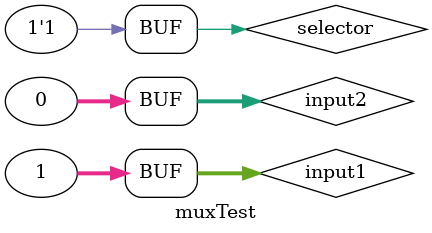
<source format=v>
`timescale 1ns / 1ps

module muxTest;

	// Inputs
	reg [31:0] input1;
	reg [31:0] input2;
	reg selector;

	// Outputs
	wire [31:0] out;

	// Instantiate the Unit Under Test (UUT)
	Mux uut (
		.input1(input1), 
		.input2(input2), 
		.selector(selector), 
		.out(out)
	);

	initial begin
		// Initialize Inputs
		input1 = 0;
		input2 = 1;
		selector = 0;

		// Wait 100 ns for global reset to finish
		#100;
		
		input1 = 1;
		input2 = 0;
		selector = 0;

		// Wait 100 ns for global reset to finish
		#100;
		
		input1 = 1;
		input2 = 0;
		selector = 1;

		// Wait 100 ns for global reset to finish
		#100;
        
		// Add stimulus here

	end
      
endmodule


</source>
